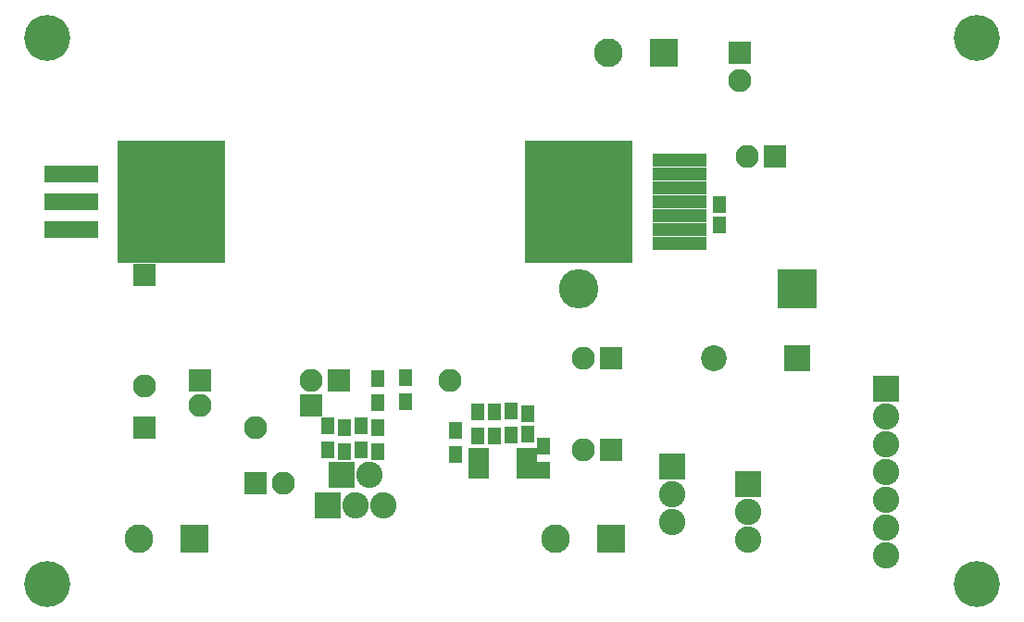
<source format=gbr>
G04 #@! TF.GenerationSoftware,KiCad,Pcbnew,(5.0.0)*
G04 #@! TF.CreationDate,2018-10-21T14:19:47+08:00*
G04 #@! TF.ProjectId,PSU 4CH V1_PCBV2,505355203443482056315F5043425632,rev?*
G04 #@! TF.SameCoordinates,Original*
G04 #@! TF.FileFunction,Soldermask,Top*
G04 #@! TF.FilePolarity,Negative*
%FSLAX46Y46*%
G04 Gerber Fmt 4.6, Leading zero omitted, Abs format (unit mm)*
G04 Created by KiCad (PCBNEW (5.0.0)) date 10/21/18 14:19:47*
%MOMM*%
%LPD*%
G01*
G04 APERTURE LIST*
%ADD10R,1.150000X1.600000*%
%ADD11C,2.116000*%
%ADD12R,2.116000X2.116000*%
%ADD13O,3.600000X3.600000*%
%ADD14R,3.600000X3.600000*%
%ADD15R,2.416000X2.416000*%
%ADD16C,2.416000*%
%ADD17C,2.616000*%
%ADD18R,2.616000X2.616000*%
%ADD19C,2.362000*%
%ADD20R,2.362000X2.362000*%
%ADD21R,1.300000X1.600000*%
%ADD22R,1.850000X0.850000*%
%ADD23R,9.800000X11.200000*%
%ADD24R,5.000000X1.200000*%
%ADD25R,5.000000X1.500000*%
%ADD26C,4.200000*%
G04 APERTURE END LIST*
D10*
G04 #@! TO.C,C2*
X153924000Y-119380000D03*
X153924000Y-121280000D03*
G04 #@! TD*
G04 #@! TO.C,C8*
X171450000Y-100269000D03*
X171450000Y-102169000D03*
G04 #@! TD*
D11*
G04 #@! TO.C,C9*
X173990000Y-95885000D03*
D12*
X176530000Y-95885000D03*
G04 #@! TD*
G04 #@! TO.C,C10*
X173355000Y-86360000D03*
D11*
X173355000Y-88900000D03*
G04 #@! TD*
G04 #@! TO.C,C12*
X159004000Y-114300000D03*
D12*
X161544000Y-114300000D03*
G04 #@! TD*
G04 #@! TO.C,C13*
X161544000Y-122682000D03*
D11*
X159004000Y-122682000D03*
G04 #@! TD*
G04 #@! TO.C,C15*
X131572000Y-125730000D03*
D12*
X129032000Y-125730000D03*
G04 #@! TD*
D11*
G04 #@! TO.C,D1*
X146812000Y-116332000D03*
D12*
X136652520Y-116334540D03*
G04 #@! TD*
G04 #@! TO.C,D2*
X123952520Y-116329460D03*
D11*
X134112000Y-116332000D03*
G04 #@! TD*
G04 #@! TO.C,D3*
X123952000Y-118618000D03*
D12*
X134111480Y-118620540D03*
G04 #@! TD*
D11*
G04 #@! TO.C,D4*
X129032000Y-120650000D03*
D12*
X118872520Y-120647460D03*
G04 #@! TD*
G04 #@! TO.C,D5*
X118869460Y-106680520D03*
D11*
X118872000Y-116840000D03*
G04 #@! TD*
D13*
G04 #@! TO.C,D6*
X158562000Y-107950000D03*
D14*
X178562000Y-107950000D03*
G04 #@! TD*
D15*
G04 #@! TO.C,DAC1*
X167132000Y-124206000D03*
D16*
X167132000Y-126746000D03*
X167132000Y-129286000D03*
G04 #@! TD*
G04 #@! TO.C,DAC2*
X174117000Y-130937000D03*
X174117000Y-128397000D03*
D15*
X174117000Y-125857000D03*
G04 #@! TD*
D16*
G04 #@! TO.C,J1*
X186690000Y-132334000D03*
X186690000Y-129794000D03*
X186690000Y-127254000D03*
X186690000Y-124714000D03*
X186690000Y-122174000D03*
X186690000Y-119634000D03*
D15*
X186690000Y-117094000D03*
G04 #@! TD*
D17*
G04 #@! TO.C,J2*
X118364000Y-130810000D03*
D18*
X123444000Y-130810000D03*
G04 #@! TD*
D16*
G04 #@! TO.C,J3*
X139446000Y-124968000D03*
D15*
X136906000Y-124968000D03*
G04 #@! TD*
D18*
G04 #@! TO.C,J4*
X161544000Y-130810000D03*
D17*
X156464000Y-130810000D03*
G04 #@! TD*
D16*
G04 #@! TO.C,J5*
X140716000Y-127762000D03*
X138176000Y-127762000D03*
D15*
X135636000Y-127762000D03*
G04 #@! TD*
D17*
G04 #@! TO.C,J6*
X161290000Y-86360000D03*
D18*
X166370000Y-86360000D03*
G04 #@! TD*
D19*
G04 #@! TO.C,L1*
X170942000Y-114300000D03*
D20*
X178562000Y-114300000D03*
G04 #@! TD*
D21*
G04 #@! TO.C,R4*
X137160000Y-120650000D03*
X137160000Y-122850000D03*
G04 #@! TD*
G04 #@! TO.C,R5*
X135636000Y-122682000D03*
X135636000Y-120482000D03*
G04 #@! TD*
G04 #@! TO.C,R6*
X138684000Y-120482000D03*
X138684000Y-122682000D03*
G04 #@! TD*
G04 #@! TO.C,R7*
X140208000Y-120650000D03*
X140208000Y-122850000D03*
G04 #@! TD*
G04 #@! TO.C,R8*
X149352000Y-121412000D03*
X149352000Y-119212000D03*
G04 #@! TD*
G04 #@! TO.C,R9*
X150876000Y-119212000D03*
X150876000Y-121412000D03*
G04 #@! TD*
G04 #@! TO.C,R10*
X152400000Y-119126000D03*
X152400000Y-121326000D03*
G04 #@! TD*
G04 #@! TO.C,R11*
X155384500Y-124607500D03*
X155384500Y-122407500D03*
G04 #@! TD*
G04 #@! TO.C,R14*
X147320000Y-123104000D03*
X147320000Y-120904000D03*
G04 #@! TD*
G04 #@! TO.C,R16*
X140208000Y-118364000D03*
X140208000Y-116164000D03*
G04 #@! TD*
G04 #@! TO.C,R17*
X142748000Y-118278000D03*
X142748000Y-116078000D03*
G04 #@! TD*
D22*
G04 #@! TO.C,U2*
X153838000Y-122977000D03*
X153838000Y-123627000D03*
X153838000Y-124277000D03*
X153838000Y-124927000D03*
X149438000Y-124927000D03*
X149438000Y-124277000D03*
X149438000Y-123627000D03*
X149438000Y-122977000D03*
G04 #@! TD*
D23*
G04 #@! TO.C,U4*
X158625000Y-100000000D03*
D24*
X167775000Y-96190000D03*
X167775000Y-97460000D03*
X167775000Y-98730000D03*
X167775000Y-100000000D03*
X167775000Y-101270000D03*
X167775000Y-102540000D03*
X167775000Y-103810000D03*
G04 #@! TD*
D23*
G04 #@! TO.C,U5*
X121375000Y-100000000D03*
D25*
X112225000Y-102540000D03*
X112225000Y-100000000D03*
X112225000Y-97460000D03*
G04 #@! TD*
D26*
G04 #@! TO.C,REF\002A\002A*
X110000000Y-135000000D03*
G04 #@! TD*
G04 #@! TO.C,REF\002A\002A*
X195000000Y-135000000D03*
G04 #@! TD*
G04 #@! TO.C,REF\002A\002A*
X195000000Y-85000000D03*
G04 #@! TD*
G04 #@! TO.C,REF\002A\002A*
X110000000Y-85000000D03*
G04 #@! TD*
M02*

</source>
